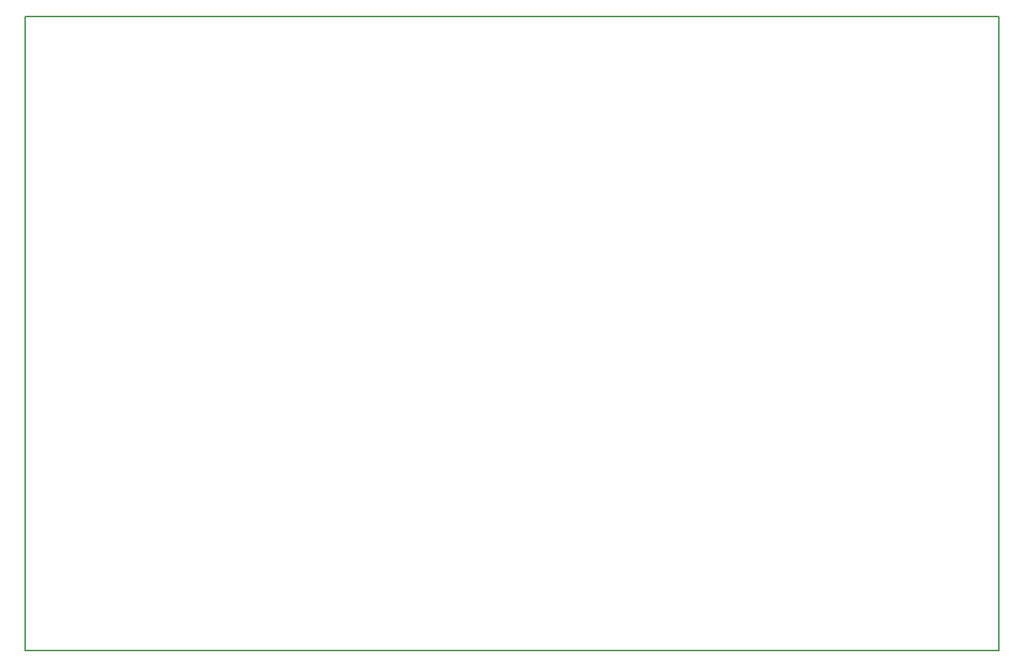
<source format=gm1>
G04 MADE WITH FRITZING*
G04 WWW.FRITZING.ORG*
G04 DOUBLE SIDED*
G04 HOLES PLATED*
G04 CONTOUR ON CENTER OF CONTOUR VECTOR*
%ASAXBY*%
%FSLAX23Y23*%
%MOIN*%
%OFA0B0*%
%SFA1.0B1.0*%
%ADD10R,4.527560X2.952760*%
%ADD11C,0.008000*%
%ADD10C,0.008*%
%LNCONTOUR*%
G90*
G70*
G54D10*
G54D11*
X11Y2941D02*
X4531Y2941D01*
X4531Y-3D01*
X11Y-3D01*
X11Y2941D01*
D02*
G04 End of contour*
M02*
</source>
